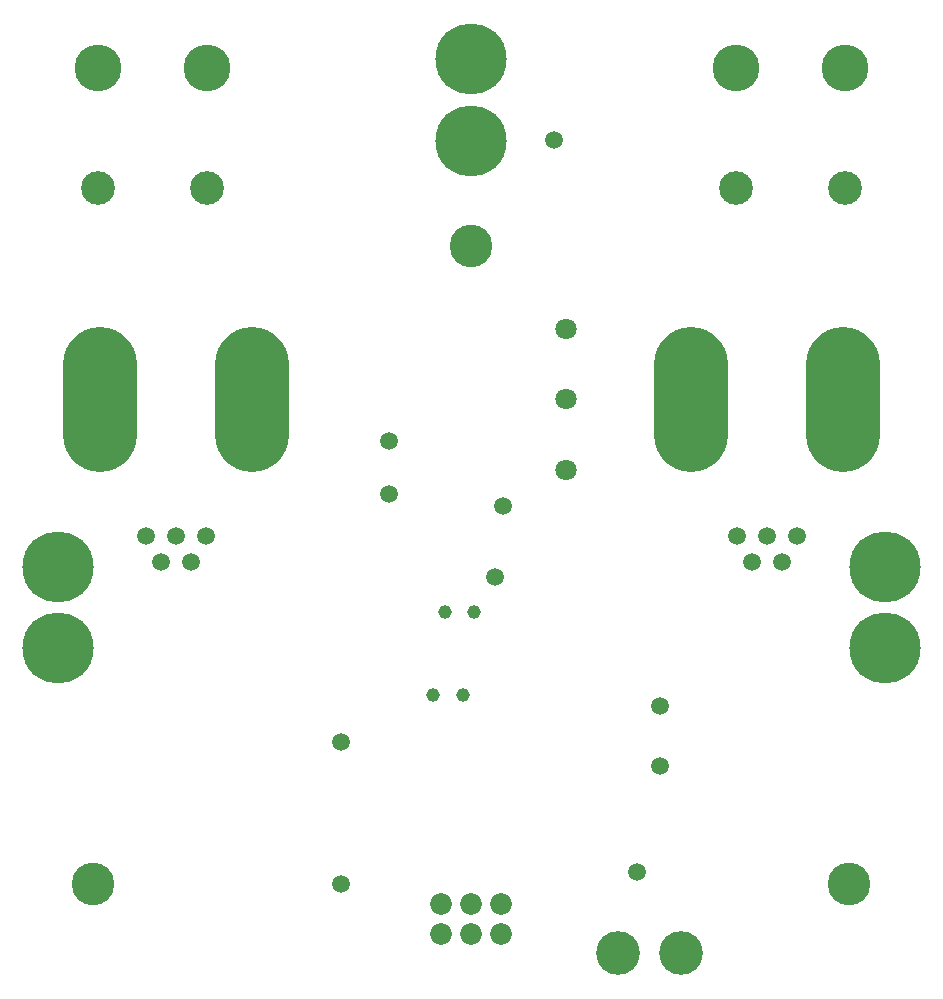
<source format=gbr>
G04 EAGLE Gerber RS-274X export*
G75*
%MOMM*%
%FSLAX34Y34*%
%LPD*%
%INSoldermask Bottom*%
%IPPOS*%
%AMOC8*
5,1,8,0,0,1.08239X$1,22.5*%
G01*
%ADD10C,3.604800*%
%ADD11C,1.504800*%
%ADD12C,6.304800*%
%ADD13C,6.020800*%
%ADD14C,1.159600*%
%ADD15C,2.857500*%
%ADD16C,3.962400*%
%ADD17C,1.834800*%
%ADD18C,3.704800*%
%ADD19C,1.804800*%


D10*
X80000Y80000D03*
X720000Y80000D03*
X400000Y620000D03*
D11*
X124600Y374000D03*
X175400Y374000D03*
X150000Y374000D03*
X137300Y352000D03*
X162700Y352000D03*
D12*
X85750Y460000D02*
X85750Y520000D01*
X214250Y520000D02*
X214250Y460000D01*
D13*
X400000Y778455D03*
X400000Y709080D03*
D14*
X392500Y240000D03*
X367500Y240000D03*
X402600Y310000D03*
X377600Y310000D03*
D15*
X83900Y669200D03*
D16*
X83900Y770800D03*
D15*
X176100Y669200D03*
D16*
X176100Y770800D03*
D11*
X624600Y374000D03*
X675400Y374000D03*
X650000Y374000D03*
X637300Y352000D03*
X662700Y352000D03*
D12*
X585750Y460000D02*
X585750Y520000D01*
X714250Y520000D02*
X714250Y460000D01*
D15*
X623900Y669200D03*
D16*
X623900Y770800D03*
D15*
X716100Y669200D03*
D16*
X716100Y770800D03*
D13*
X50000Y348455D03*
X50000Y279080D03*
X750000Y348455D03*
X750000Y279080D03*
D17*
X425400Y37300D03*
X400000Y37300D03*
X374600Y37300D03*
X425400Y62700D03*
X400000Y62700D03*
X374600Y62700D03*
D18*
X524300Y21000D03*
X577700Y21000D03*
D11*
X420000Y340000D03*
D19*
X480000Y550000D03*
X480000Y490000D03*
X480000Y430000D03*
D11*
X330000Y455000D03*
X470000Y710000D03*
X540000Y90000D03*
X290000Y200000D03*
X290000Y80000D03*
X560000Y230000D03*
X560000Y180000D03*
X330000Y410000D03*
X426600Y399700D03*
M02*

</source>
